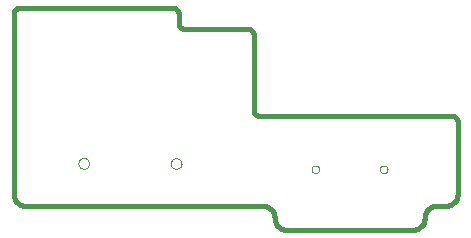
<source format=gbo>
G75*
G70*
%OFA0B0*%
%FSLAX24Y24*%
%IPPOS*%
%LPD*%
%AMOC8*
5,1,8,0,0,1.08239X$1,22.5*
%
%ADD10C,0.0160*%
%ADD11C,0.0000*%
D10*
X001140Y001540D02*
X009040Y001540D01*
X009079Y001538D01*
X009118Y001532D01*
X009156Y001523D01*
X009193Y001510D01*
X009229Y001493D01*
X009262Y001473D01*
X009294Y001449D01*
X009323Y001423D01*
X009349Y001394D01*
X009373Y001362D01*
X009393Y001329D01*
X009410Y001293D01*
X009423Y001256D01*
X009432Y001218D01*
X009438Y001179D01*
X009440Y001140D01*
X009442Y001101D01*
X009448Y001062D01*
X009457Y001024D01*
X009470Y000987D01*
X009487Y000951D01*
X009507Y000918D01*
X009531Y000886D01*
X009557Y000857D01*
X009586Y000831D01*
X009618Y000807D01*
X009651Y000787D01*
X009687Y000770D01*
X009724Y000757D01*
X009762Y000748D01*
X009801Y000742D01*
X009840Y000740D01*
X014040Y000740D01*
X014079Y000742D01*
X014118Y000748D01*
X014156Y000757D01*
X014193Y000770D01*
X014229Y000787D01*
X014262Y000807D01*
X014294Y000831D01*
X014323Y000857D01*
X014349Y000886D01*
X014373Y000918D01*
X014393Y000951D01*
X014410Y000987D01*
X014423Y001024D01*
X014432Y001062D01*
X014438Y001101D01*
X014440Y001140D01*
X014442Y001179D01*
X014448Y001218D01*
X014457Y001256D01*
X014470Y001293D01*
X014487Y001329D01*
X014507Y001362D01*
X014531Y001394D01*
X014557Y001423D01*
X014586Y001449D01*
X014618Y001473D01*
X014651Y001493D01*
X014687Y001510D01*
X014724Y001523D01*
X014762Y001532D01*
X014801Y001538D01*
X014840Y001540D01*
X015140Y001540D01*
X015179Y001542D01*
X015218Y001548D01*
X015256Y001557D01*
X015293Y001570D01*
X015329Y001587D01*
X015362Y001607D01*
X015394Y001631D01*
X015423Y001657D01*
X015449Y001686D01*
X015473Y001718D01*
X015493Y001751D01*
X015510Y001787D01*
X015523Y001824D01*
X015532Y001862D01*
X015538Y001901D01*
X015540Y001940D01*
X015540Y004340D01*
X015538Y004366D01*
X015533Y004392D01*
X015525Y004417D01*
X015513Y004440D01*
X015499Y004462D01*
X015481Y004481D01*
X015462Y004499D01*
X015440Y004513D01*
X015417Y004525D01*
X015392Y004533D01*
X015366Y004538D01*
X015340Y004540D01*
X008940Y004540D01*
X008914Y004542D01*
X008888Y004547D01*
X008863Y004555D01*
X008840Y004567D01*
X008818Y004581D01*
X008799Y004599D01*
X008781Y004618D01*
X008767Y004640D01*
X008755Y004663D01*
X008747Y004688D01*
X008742Y004714D01*
X008740Y004740D01*
X008740Y007240D01*
X008738Y007266D01*
X008733Y007292D01*
X008725Y007317D01*
X008713Y007340D01*
X008699Y007362D01*
X008681Y007381D01*
X008662Y007399D01*
X008640Y007413D01*
X008617Y007425D01*
X008592Y007433D01*
X008566Y007438D01*
X008540Y007440D01*
X006440Y007440D01*
X006414Y007442D01*
X006388Y007447D01*
X006363Y007455D01*
X006340Y007467D01*
X006318Y007481D01*
X006299Y007499D01*
X006281Y007518D01*
X006267Y007540D01*
X006255Y007563D01*
X006247Y007588D01*
X006242Y007614D01*
X006240Y007640D01*
X006240Y007940D01*
X006238Y007966D01*
X006233Y007992D01*
X006225Y008017D01*
X006213Y008040D01*
X006199Y008062D01*
X006181Y008081D01*
X006162Y008099D01*
X006140Y008113D01*
X006117Y008125D01*
X006092Y008133D01*
X006066Y008138D01*
X006040Y008140D01*
X000940Y008140D01*
X000914Y008138D01*
X000888Y008133D01*
X000863Y008125D01*
X000840Y008113D01*
X000818Y008099D01*
X000799Y008081D01*
X000781Y008062D01*
X000767Y008040D01*
X000755Y008017D01*
X000747Y007992D01*
X000742Y007966D01*
X000740Y007940D01*
X000740Y001940D01*
X000742Y001901D01*
X000748Y001862D01*
X000757Y001824D01*
X000770Y001787D01*
X000787Y001751D01*
X000807Y001718D01*
X000831Y001686D01*
X000857Y001657D01*
X000886Y001631D01*
X000918Y001607D01*
X000951Y001587D01*
X000987Y001570D01*
X001024Y001557D01*
X001062Y001548D01*
X001101Y001542D01*
X001140Y001540D01*
D11*
X002899Y002957D02*
X002901Y002983D01*
X002907Y003009D01*
X002917Y003034D01*
X002930Y003057D01*
X002946Y003077D01*
X002966Y003095D01*
X002988Y003110D01*
X003011Y003122D01*
X003037Y003130D01*
X003063Y003134D01*
X003089Y003134D01*
X003115Y003130D01*
X003141Y003122D01*
X003165Y003110D01*
X003186Y003095D01*
X003206Y003077D01*
X003222Y003057D01*
X003235Y003034D01*
X003245Y003009D01*
X003251Y002983D01*
X003253Y002957D01*
X003251Y002931D01*
X003245Y002905D01*
X003235Y002880D01*
X003222Y002857D01*
X003206Y002837D01*
X003186Y002819D01*
X003164Y002804D01*
X003141Y002792D01*
X003115Y002784D01*
X003089Y002780D01*
X003063Y002780D01*
X003037Y002784D01*
X003011Y002792D01*
X002987Y002804D01*
X002966Y002819D01*
X002946Y002837D01*
X002930Y002857D01*
X002917Y002880D01*
X002907Y002905D01*
X002901Y002931D01*
X002899Y002957D01*
X005982Y002953D02*
X005984Y002979D01*
X005990Y003005D01*
X006000Y003030D01*
X006013Y003053D01*
X006029Y003073D01*
X006049Y003091D01*
X006071Y003106D01*
X006094Y003118D01*
X006120Y003126D01*
X006146Y003130D01*
X006172Y003130D01*
X006198Y003126D01*
X006224Y003118D01*
X006248Y003106D01*
X006269Y003091D01*
X006289Y003073D01*
X006305Y003053D01*
X006318Y003030D01*
X006328Y003005D01*
X006334Y002979D01*
X006336Y002953D01*
X006334Y002927D01*
X006328Y002901D01*
X006318Y002876D01*
X006305Y002853D01*
X006289Y002833D01*
X006269Y002815D01*
X006247Y002800D01*
X006224Y002788D01*
X006198Y002780D01*
X006172Y002776D01*
X006146Y002776D01*
X006120Y002780D01*
X006094Y002788D01*
X006070Y002800D01*
X006049Y002815D01*
X006029Y002833D01*
X006013Y002853D01*
X006000Y002876D01*
X005990Y002901D01*
X005984Y002927D01*
X005982Y002953D01*
X010672Y002759D02*
X010674Y002781D01*
X010680Y002803D01*
X010689Y002823D01*
X010702Y002841D01*
X010718Y002857D01*
X010736Y002870D01*
X010756Y002879D01*
X010778Y002885D01*
X010800Y002887D01*
X010822Y002885D01*
X010844Y002879D01*
X010864Y002870D01*
X010882Y002857D01*
X010898Y002841D01*
X010911Y002823D01*
X010920Y002803D01*
X010926Y002781D01*
X010928Y002759D01*
X010926Y002737D01*
X010920Y002715D01*
X010911Y002695D01*
X010898Y002677D01*
X010882Y002661D01*
X010864Y002648D01*
X010844Y002639D01*
X010822Y002633D01*
X010800Y002631D01*
X010778Y002633D01*
X010756Y002639D01*
X010736Y002648D01*
X010718Y002661D01*
X010702Y002677D01*
X010689Y002695D01*
X010680Y002715D01*
X010674Y002737D01*
X010672Y002759D01*
X012947Y002759D02*
X012949Y002781D01*
X012955Y002803D01*
X012964Y002823D01*
X012977Y002841D01*
X012993Y002857D01*
X013011Y002870D01*
X013031Y002879D01*
X013053Y002885D01*
X013075Y002887D01*
X013097Y002885D01*
X013119Y002879D01*
X013139Y002870D01*
X013157Y002857D01*
X013173Y002841D01*
X013186Y002823D01*
X013195Y002803D01*
X013201Y002781D01*
X013203Y002759D01*
X013201Y002737D01*
X013195Y002715D01*
X013186Y002695D01*
X013173Y002677D01*
X013157Y002661D01*
X013139Y002648D01*
X013119Y002639D01*
X013097Y002633D01*
X013075Y002631D01*
X013053Y002633D01*
X013031Y002639D01*
X013011Y002648D01*
X012993Y002661D01*
X012977Y002677D01*
X012964Y002695D01*
X012955Y002715D01*
X012949Y002737D01*
X012947Y002759D01*
M02*

</source>
